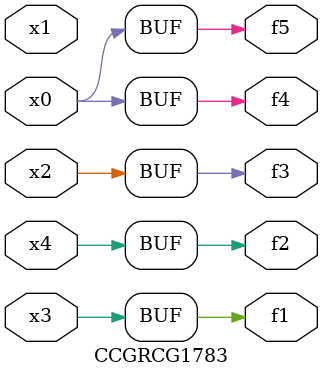
<source format=v>
module CCGRCG1783(
	input x0, x1, x2, x3, x4,
	output f1, f2, f3, f4, f5
);
	assign f1 = x3;
	assign f2 = x4;
	assign f3 = x2;
	assign f4 = x0;
	assign f5 = x0;
endmodule

</source>
